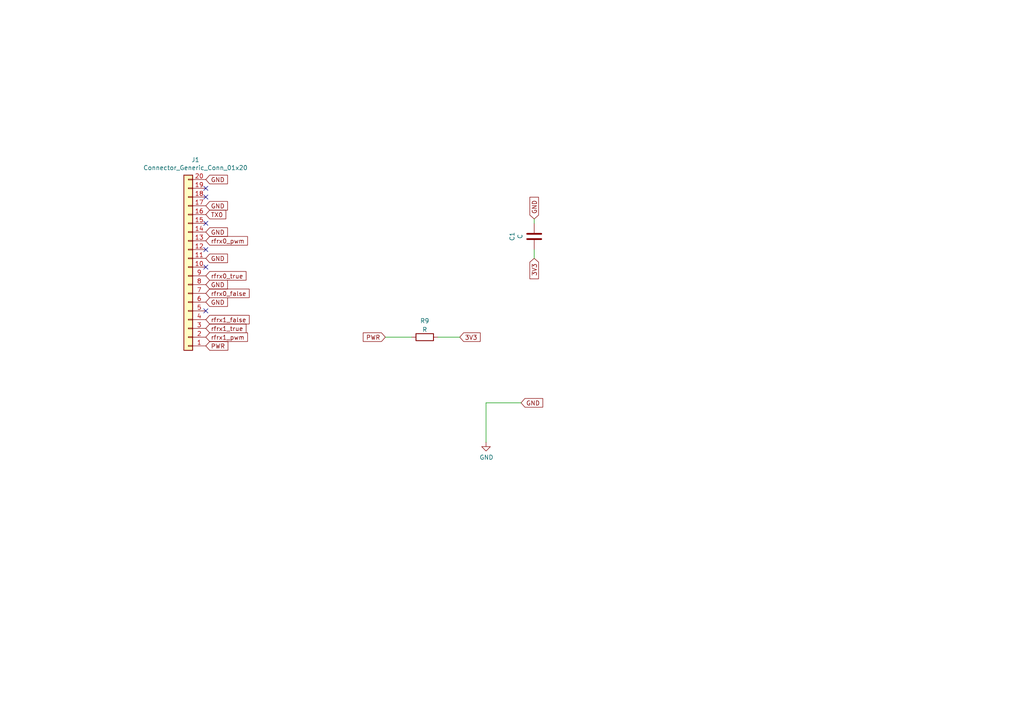
<source format=kicad_sch>
(kicad_sch (version 20211123) (generator eeschema)
  (paper "A4")
  (lib_symbols
    (symbol "Device:C" (pin_numbers hide) (pin_names (offset 0.254))
      (property "Reference" "C" (at 0.635 2.54 0))
      (property "Value" "C" (at 0.635 -2.54 0))
      (symbol "C_0_1"
        (polyline (pts (xy -2.032 -0.762) (xy 2.032 -0.762)) (stroke (width 0.508)))
        (polyline (pts (xy -2.032 0.762) (xy 2.032 0.762)) (stroke (width 0.508)))
      )
      (symbol "C_1_1"
        (pin passive line (at 0 3.81 270) (length 2.794) (name "~") (number "1"))
        (pin passive line (at 0 -3.81 90) (length 2.794) (name "~") (number "2"))
      )
    )
    (symbol "Device:R" (pin_numbers hide) (pin_names (offset 0))
      (property "Reference" "R" (at 2.032 0 90))
      (property "Value" "R" (at 0 0 90))
      (symbol "R_0_1"
        (rectangle (start -1.016 -2.54) (end 1.016 2.54) (stroke (width 0.254)))
      )
      (symbol "R_1_1"
        (pin passive line (at 0 3.81 270) (length 1.27) (name "~") (number "1"))
        (pin passive line (at 0 -3.81 90) (length 1.27) (name "~") (number "2"))
      )
    )
    (symbol "bgt:Connector_Generic_Conn_01x20" (pin_names (offset 1.016) hide)
      (property "Reference" "J" (at 0 25.4 0))
      (property "Value" "bgt_Connector_Generic_Conn_01x20" (at 0 -27.94 0))
      (symbol "Connector_Generic_Conn_01x20_1_1"
        (rectangle (start -1.27 -25.273) (end 0 -25.527) (stroke (width 0.1524)))
        (rectangle (start -1.27 -22.733) (end 0 -22.987) (stroke (width 0.1524)))
        (rectangle (start -1.27 -20.193) (end 0 -20.447) (stroke (width 0.1524)))
        (rectangle (start -1.27 -17.653) (end 0 -17.907) (stroke (width 0.1524)))
        (rectangle (start -1.27 -15.113) (end 0 -15.367) (stroke (width 0.1524)))
        (rectangle (start -1.27 -12.573) (end 0 -12.827) (stroke (width 0.1524)))
        (rectangle (start -1.27 -10.033) (end 0 -10.287) (stroke (width 0.1524)))
        (rectangle (start -1.27 -7.493) (end 0 -7.747) (stroke (width 0.1524)))
        (rectangle (start -1.27 -4.953) (end 0 -5.207) (stroke (width 0.1524)))
        (rectangle (start -1.27 -2.413) (end 0 -2.667) (stroke (width 0.1524)))
        (rectangle (start -1.27 0.127) (end 0 -0.127) (stroke (width 0.1524)))
        (rectangle (start -1.27 2.667) (end 0 2.413) (stroke (width 0.1524)))
        (rectangle (start -1.27 5.207) (end 0 4.953) (stroke (width 0.1524)))
        (rectangle (start -1.27 7.747) (end 0 7.493) (stroke (width 0.1524)))
        (rectangle (start -1.27 10.287) (end 0 10.033) (stroke (width 0.1524)))
        (rectangle (start -1.27 12.827) (end 0 12.573) (stroke (width 0.1524)))
        (rectangle (start -1.27 15.367) (end 0 15.113) (stroke (width 0.1524)))
        (rectangle (start -1.27 17.907) (end 0 17.653) (stroke (width 0.1524)))
        (rectangle (start -1.27 20.447) (end 0 20.193) (stroke (width 0.1524)))
        (rectangle (start -1.27 22.987) (end 0 22.733) (stroke (width 0.1524)))
        (rectangle (start -1.27 24.13) (end 1.27 -26.67) (stroke (width 0.254)) (fill (type background)))
        (pin passive line (at -5.08 22.86 0) (length 3.81) (name "Pin_1") (number "1"))
        (pin passive line (at -5.08 0 0) (length 3.81) (name "Pin_10") (number "10"))
        (pin passive line (at -5.08 -2.54 0) (length 3.81) (name "Pin_11") (number "11"))
        (pin passive line (at -5.08 -5.08 0) (length 3.81) (name "Pin_12") (number "12"))
        (pin passive line (at -5.08 -7.62 0) (length 3.81) (name "Pin_13") (number "13"))
        (pin passive line (at -5.08 -10.16 0) (length 3.81) (name "Pin_14") (number "14"))
        (pin passive line (at -5.08 -12.7 0) (length 3.81) (name "Pin_15") (number "15"))
        (pin passive line (at -5.08 -15.24 0) (length 3.81) (name "Pin_16") (number "16"))
        (pin passive line (at -5.08 -17.78 0) (length 3.81) (name "Pin_17") (number "17"))
        (pin passive line (at -5.08 -20.32 0) (length 3.81) (name "Pin_18") (number "18"))
        (pin passive line (at -5.08 -22.86 0) (length 3.81) (name "Pin_19") (number "19"))
        (pin passive line (at -5.08 20.32 0) (length 3.81) (name "Pin_2") (number "2"))
        (pin passive line (at -5.08 -25.4 0) (length 3.81) (name "Pin_20") (number "20"))
        (pin passive line (at -5.08 17.78 0) (length 3.81) (name "Pin_3") (number "3"))
        (pin passive line (at -5.08 15.24 0) (length 3.81) (name "Pin_4") (number "4"))
        (pin passive line (at -5.08 12.7 0) (length 3.81) (name "Pin_5") (number "5"))
        (pin passive line (at -5.08 10.16 0) (length 3.81) (name "Pin_6") (number "6"))
        (pin passive line (at -5.08 7.62 0) (length 3.81) (name "Pin_7") (number "7"))
        (pin passive line (at -5.08 5.08 0) (length 3.81) (name "Pin_8") (number "8"))
        (pin passive line (at -5.08 2.54 0) (length 3.81) (name "Pin_9") (number "9"))
      )
    )
    (symbol "power:GND" (power) (pin_names (offset 0))
      (property "Value" "GND" (at 0 -3.81 0))
      (symbol "GND_0_1"
        (polyline (pts (xy 0 0) (xy 0 -1.27) (xy 1.27 -1.27) (xy 0 -2.54) (xy -1.27 -1.27) (xy 0 -1.27)))
      )
      (symbol "GND_1_1"
        (pin power_in line (at 0 0 270) (length 0) hide (name "GND") (number "1"))
      )
    )
  )
  (no_connect (at 59.69 77.47))
  (no_connect (at 59.69 54.61))
  (no_connect (at 59.69 72.39))
  (no_connect (at 59.69 90.17))
  (no_connect (at 59.69 57.15))
  (no_connect (at 59.69 64.77))
  (wire (pts (xy 140.97 116.84) (xy 140.97 128.27)))
  (wire (pts (xy 140.97 116.84) (xy 151.13 116.84)))
  (wire (pts (xy 154.94 74.93) (xy 154.94 72.39)))
  (wire (pts (xy 127 97.79) (xy 133.35 97.79)))
  (wire (pts (xy 111.76 97.79) (xy 119.38 97.79)))
  (wire (pts (xy 154.94 64.77) (xy 154.94 63.5)))
  (global_label "GND" (shape input) (at 154.94 63.5 90) (property "Intersheet References" "${INTERSHEET_REFS}" (effects hide)))
  (global_label "rfrx1_false" (shape input) (at 59.69 92.71 0) (property "Intersheet References" "${INTERSHEET_REFS}" (effects hide)))
  (global_label "GND" (shape input) (at 59.69 82.55 0) (property "Intersheet References" "${INTERSHEET_REFS}" (effects hide)))
  (global_label "rfrx0_false" (shape input) (at 59.69 85.09 0) (property "Intersheet References" "${INTERSHEET_REFS}" (effects hide)))
  (global_label "rfrx0_pwm" (shape input) (at 59.69 69.85 0) (property "Intersheet References" "${INTERSHEET_REFS}" (effects hide)))
  (global_label "rfrx0_true" (shape input) (at 59.69 80.01 0) (property "Intersheet References" "${INTERSHEET_REFS}" (effects hide)))
  (global_label "GND" (shape input) (at 59.69 52.07 0) (property "Intersheet References" "${INTERSHEET_REFS}" (effects hide)))
  (global_label "rfrx1_pwm" (shape input) (at 59.69 97.79 0) (property "Intersheet References" "${INTERSHEET_REFS}" (effects hide)))
  (global_label "3V3" (shape input) (at 133.35 97.79 0) (property "Intersheet References" "${INTERSHEET_REFS}" (effects hide)))
  (global_label "PWR" (shape input) (at 111.76 97.79 180) (property "Intersheet References" "${INTERSHEET_REFS}" (effects hide)))
  (global_label "GND" (shape input) (at 59.69 59.69 0) (property "Intersheet References" "${INTERSHEET_REFS}" (effects hide)))
  (global_label "TX0" (shape input) (at 59.69 62.23 0) (property "Intersheet References" "${INTERSHEET_REFS}" (effects hide)))
  (global_label "GND" (shape input) (at 59.69 67.31 0) (property "Intersheet References" "${INTERSHEET_REFS}" (effects hide)))
  (global_label "rfrx1_true" (shape input) (at 59.69 95.25 0) (property "Intersheet References" "${INTERSHEET_REFS}" (effects hide)))
  (global_label "GND" (shape input) (at 151.13 116.84 0) (property "Intersheet References" "${INTERSHEET_REFS}" (effects hide)))
  (global_label "3V3" (shape input) (at 154.94 74.93 270) (property "Intersheet References" "${INTERSHEET_REFS}" (effects hide)))
  (global_label "PWR" (shape input) (at 59.69 100.33 0) (property "Intersheet References" "${INTERSHEET_REFS}" (effects hide)))
  (global_label "GND" (shape input) (at 59.69 74.93 0) (property "Intersheet References" "${INTERSHEET_REFS}" (effects hide)))
  (global_label "GND" (shape input) (at 59.69 87.63 0) (property "Intersheet References" "${INTERSHEET_REFS}" (effects hide)))
  (symbol (lib_id "power:GND") (at 140.97 128.27 0) (unit 1)
    (property "Reference" "#PWR01" (effects hide))
    (property "Value" "GND" (at 141.097 132.6642 0))
  )
  (symbol (lib_id "Device:R") (at 123.19 97.79 90) (unit 1)
    (property "Reference" "R9" (at 123.19 93.0742 90))
    (property "Value" "R" (at 123.19 95.6111 90))
    (property "Footprint" "Resistor_SMD:R_0805_2012Metric" (effects hide))
  )
  (symbol (lib_id "bgt:Connector_Generic_Conn_01x20") (at 54.61 77.47 180) (unit 1)
    (property "Reference" "J1" (at 56.6928 46.355 0))
    (property "Value" "Connector_Generic_Conn_01x20" (at 56.6928 48.6664 0))
    (property "Footprint" "Connector_PinHeader_2.54mm:PinHeader_1x20_P2.54mm_Vertical" (effects hide))
  )
  (symbol (lib_id "Device:C") (at 154.94 68.58 0) (unit 1)
    (property "Reference" "C1" (at 148.5392 68.58 90))
    (property "Value" "C" (at 150.8506 68.58 90))
    (property "Footprint" "Capacitor_SMD:C_1206_3216Metric" (effects hide))
  )
)
</source>
